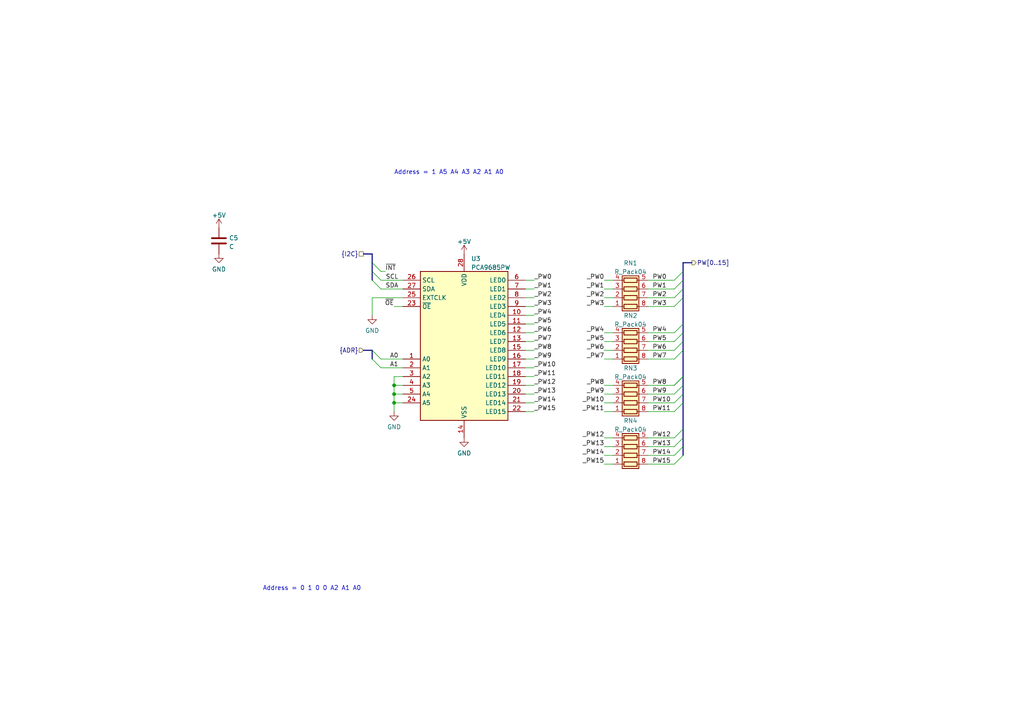
<source format=kicad_sch>
(kicad_sch (version 20230121) (generator eeschema)
  (paper "A4")
  (lib_symbols
    (symbol "Device:C" (pin_numbers hide) (pin_names (offset 0.254))
      (property "Reference" "C" (at 0.635 2.54 0))
      (property "Value" "C" (at 0.635 -2.54 0))
      (symbol "C_0_1"
        (polyline (pts (xy -2.032 -0.762) (xy 2.032 -0.762)) (stroke (width 0.508)))
        (polyline (pts (xy -2.032 0.762) (xy 2.032 0.762)) (stroke (width 0.508)))
      )
      (symbol "C_1_1"
        (pin passive line (at 0 3.81 270) (length 2.794) (name "~") (number "1"))
        (pin passive line (at 0 -3.81 90) (length 2.794) (name "~") (number "2"))
      )
    )
    (symbol "Device:R_Pack04" (pin_names (offset 0) hide)
      (property "Reference" "RN" (at -7.62 0 90))
      (property "Value" "R_Pack04" (at 5.08 0 90))
      (symbol "R_Pack04_0_1"
        (rectangle (start -6.35 -2.413) (end 3.81 2.413) (stroke (width 0.254)) (fill (type background)))
        (rectangle (start -5.715 1.905) (end -4.445 -1.905) (stroke (width 0.254)))
        (rectangle (start -3.175 1.905) (end -1.905 -1.905) (stroke (width 0.254)))
        (rectangle (start -0.635 1.905) (end 0.635 -1.905) (stroke (width 0.254)))
        (polyline (pts (xy -5.08 -2.54) (xy -5.08 -1.905)))
        (polyline (pts (xy -5.08 1.905) (xy -5.08 2.54)))
        (polyline (pts (xy -2.54 -2.54) (xy -2.54 -1.905)))
        (polyline (pts (xy -2.54 1.905) (xy -2.54 2.54)))
        (polyline (pts (xy 0 -2.54) (xy 0 -1.905)))
        (polyline (pts (xy 0 1.905) (xy 0 2.54)))
        (polyline (pts (xy 2.54 -2.54) (xy 2.54 -1.905)))
        (polyline (pts (xy 2.54 1.905) (xy 2.54 2.54)))
        (rectangle (start 1.905 1.905) (end 3.175 -1.905) (stroke (width 0.254)))
      )
      (symbol "R_Pack04_1_1"
        (pin passive line (at -5.08 -5.08 90) (length 2.54) (name "R1.1") (number "1"))
        (pin passive line (at -2.54 -5.08 90) (length 2.54) (name "R2.1") (number "2"))
        (pin passive line (at 0 -5.08 90) (length 2.54) (name "R3.1") (number "3"))
        (pin passive line (at 2.54 -5.08 90) (length 2.54) (name "R4.1") (number "4"))
        (pin passive line (at 2.54 5.08 270) (length 2.54) (name "R4.2") (number "5"))
        (pin passive line (at 0 5.08 270) (length 2.54) (name "R3.2") (number "6"))
        (pin passive line (at -2.54 5.08 270) (length 2.54) (name "R2.2") (number "7"))
        (pin passive line (at -5.08 5.08 270) (length 2.54) (name "R1.2") (number "8"))
      )
    )
    (symbol "Driver_LED:PCA9685PW"
      (property "Reference" "U" (at -12.7 22.225 0))
      (property "Value" "PCA9685PW" (at 1.27 22.225 0))
      (symbol "PCA9685PW_0_1"
        (rectangle (start -12.7 20.32) (end 12.7 -22.86) (stroke (width 0.254)) (fill (type background)))
      )
      (symbol "PCA9685PW_1_1"
        (pin input line (at -17.78 -5.08 0) (length 5.08) (name "A0") (number "1"))
        (pin output line (at 17.78 7.62 180) (length 5.08) (name "LED4") (number "10"))
        (pin output line (at 17.78 5.08 180) (length 5.08) (name "LED5") (number "11"))
        (pin output line (at 17.78 2.54 180) (length 5.08) (name "LED6") (number "12"))
        (pin output line (at 17.78 0 180) (length 5.08) (name "LED7") (number "13"))
        (pin power_in line (at 0 -27.94 90) (length 5.08) (name "VSS") (number "14"))
        (pin output line (at 17.78 -2.54 180) (length 5.08) (name "LED8") (number "15"))
        (pin output line (at 17.78 -5.08 180) (length 5.08) (name "LED9") (number "16"))
        (pin output line (at 17.78 -7.62 180) (length 5.08) (name "LED10") (number "17"))
        (pin output line (at 17.78 -10.16 180) (length 5.08) (name "LED11") (number "18"))
        (pin output line (at 17.78 -12.7 180) (length 5.08) (name "LED12") (number "19"))
        (pin input line (at -17.78 -7.62 0) (length 5.08) (name "A1") (number "2"))
        (pin output line (at 17.78 -15.24 180) (length 5.08) (name "LED13") (number "20"))
        (pin output line (at 17.78 -17.78 180) (length 5.08) (name "LED14") (number "21"))
        (pin output line (at 17.78 -20.32 180) (length 5.08) (name "LED15") (number "22"))
        (pin input line (at -17.78 10.16 0) (length 5.08) (name "~{OE}") (number "23"))
        (pin input line (at -17.78 -17.78 0) (length 5.08) (name "A5") (number "24"))
        (pin input line (at -17.78 12.7 0) (length 5.08) (name "EXTCLK") (number "25"))
        (pin input line (at -17.78 17.78 0) (length 5.08) (name "SCL") (number "26"))
        (pin bidirectional line (at -17.78 15.24 0) (length 5.08) (name "SDA") (number "27"))
        (pin power_in line (at 0 25.4 270) (length 5.08) (name "VDD") (number "28"))
        (pin input line (at -17.78 -10.16 0) (length 5.08) (name "A2") (number "3"))
        (pin input line (at -17.78 -12.7 0) (length 5.08) (name "A3") (number "4"))
        (pin input line (at -17.78 -15.24 0) (length 5.08) (name "A4") (number "5"))
        (pin output line (at 17.78 17.78 180) (length 5.08) (name "LED0") (number "6"))
        (pin output line (at 17.78 15.24 180) (length 5.08) (name "LED1") (number "7"))
        (pin output line (at 17.78 12.7 180) (length 5.08) (name "LED2") (number "8"))
        (pin output line (at 17.78 10.16 180) (length 5.08) (name "LED3") (number "9"))
      )
    )
    (symbol "power:+5V" (power) (pin_names (offset 0))
      (property "Value" "+5V" (at 0 3.556 0))
      (symbol "+5V_0_1"
        (polyline (pts (xy -0.762 1.27) (xy 0 2.54)))
        (polyline (pts (xy 0 0) (xy 0 2.54)))
        (polyline (pts (xy 0 2.54) (xy 0.762 1.27)))
      )
      (symbol "+5V_1_1"
        (pin power_in line (at 0 0 90) (length 0) hide (name "+5V") (number "1"))
      )
    )
    (symbol "power:GND" (power) (pin_names (offset 0))
      (property "Value" "GND" (at 0 -3.81 0))
      (symbol "GND_0_1"
        (polyline (pts (xy 0 0) (xy 0 -1.27) (xy 1.27 -1.27) (xy 0 -2.54) (xy -1.27 -1.27) (xy 0 -1.27)))
      )
      (symbol "GND_1_1"
        (pin power_in line (at 0 0 270) (length 0) hide (name "GND") (number "1"))
      )
    )
  )
  (junction (at 114.3 114.3))
  (junction (at 114.3 111.76))
  (junction (at 114.3 116.84))
  (bus_entry (at 195.58 129.54) (size 2.54 -2.54))
  (bus_entry (at 107.95 76.2) (size 2.54 2.54))
  (bus_entry (at 195.58 101.6) (size 2.54 -2.54))
  (bus_entry (at 195.58 104.14) (size 2.54 -2.54))
  (bus_entry (at 195.58 134.62) (size 2.54 -2.54))
  (bus_entry (at 195.58 111.76) (size 2.54 -2.54))
  (bus_entry (at 195.58 96.52) (size 2.54 -2.54))
  (bus_entry (at 195.58 127) (size 2.54 -2.54))
  (bus_entry (at 195.58 116.84) (size 2.54 -2.54))
  (bus_entry (at 195.58 119.38) (size 2.54 -2.54))
  (bus_entry (at 195.58 88.9) (size 2.54 -2.54))
  (bus_entry (at 107.95 101.6) (size 2.54 2.54))
  (bus_entry (at 195.58 83.82) (size 2.54 -2.54))
  (bus_entry (at 107.95 81.28) (size 2.54 2.54))
  (bus_entry (at 195.58 81.28) (size 2.54 -2.54))
  (bus_entry (at 195.58 132.08) (size 2.54 -2.54))
  (bus_entry (at 195.58 111.76) (size 2.54 -2.54))
  (bus_entry (at 107.95 104.14) (size 2.54 2.54))
  (bus_entry (at 195.58 86.36) (size 2.54 -2.54))
  (bus_entry (at 195.58 99.06) (size 2.54 -2.54))
  (bus_entry (at 107.95 78.74) (size 2.54 2.54))
  (bus_entry (at 195.58 114.3) (size 2.54 -2.54))
  (wire (pts (xy 152.4 111.76) (xy 154.94 111.76)))
  (wire (pts (xy 110.49 81.28) (xy 116.84 81.28)))
  (wire (pts (xy 152.4 96.52) (xy 154.94 96.52)))
  (wire (pts (xy 152.4 101.6) (xy 154.94 101.6)))
  (wire (pts (xy 110.49 83.82) (xy 116.84 83.82)))
  (wire (pts (xy 152.4 116.84) (xy 154.94 116.84)))
  (bus (pts (xy 198.12 114.3) (xy 198.12 116.84)))
  (bus (pts (xy 198.12 76.2) (xy 200.66 76.2)))
  (wire (pts (xy 152.4 86.36) (xy 154.94 86.36)))
  (wire (pts (xy 114.3 88.9) (xy 116.84 88.9)))
  (bus (pts (xy 198.12 109.22) (xy 198.12 111.76)))
  (wire (pts (xy 187.96 88.9) (xy 195.58 88.9)))
  (wire (pts (xy 175.26 104.14) (xy 177.8 104.14)))
  (bus (pts (xy 198.12 86.36) (xy 198.12 83.82)))
  (wire (pts (xy 175.26 116.84) (xy 177.8 116.84)))
  (wire (pts (xy 116.84 109.22) (xy 114.3 109.22)))
  (wire (pts (xy 187.96 101.6) (xy 195.58 101.6)))
  (wire (pts (xy 114.3 111.76) (xy 114.3 114.3)))
  (wire (pts (xy 152.4 114.3) (xy 154.94 114.3)))
  (bus (pts (xy 198.12 96.52) (xy 198.12 93.98)))
  (wire (pts (xy 175.26 96.52) (xy 177.8 96.52)))
  (wire (pts (xy 187.96 116.84) (xy 195.58 116.84)))
  (bus (pts (xy 198.12 93.98) (xy 198.12 86.36)))
  (bus (pts (xy 198.12 129.54) (xy 198.12 132.08)))
  (wire (pts (xy 110.49 104.14) (xy 116.84 104.14)))
  (wire (pts (xy 187.96 99.06) (xy 195.58 99.06)))
  (wire (pts (xy 116.84 86.36) (xy 107.95 86.36)))
  (bus (pts (xy 198.12 99.06) (xy 198.12 96.52)))
  (wire (pts (xy 110.49 106.68) (xy 116.84 106.68)))
  (bus (pts (xy 105.41 101.6) (xy 107.95 101.6)))
  (bus (pts (xy 107.95 104.14) (xy 107.95 101.6)))
  (wire (pts (xy 187.96 134.62) (xy 195.58 134.62)))
  (wire (pts (xy 152.4 91.44) (xy 154.94 91.44)))
  (wire (pts (xy 175.26 86.36) (xy 177.8 86.36)))
  (wire (pts (xy 110.49 78.74) (xy 111.76 78.74)))
  (wire (pts (xy 187.96 83.82) (xy 195.58 83.82)))
  (wire (pts (xy 114.3 114.3) (xy 114.3 116.84)))
  (bus (pts (xy 107.95 78.74) (xy 107.95 81.28)))
  (wire (pts (xy 187.96 104.14) (xy 195.58 104.14)))
  (wire (pts (xy 175.26 83.82) (xy 177.8 83.82)))
  (wire (pts (xy 175.26 99.06) (xy 177.8 99.06)))
  (wire (pts (xy 114.3 111.76) (xy 116.84 111.76)))
  (wire (pts (xy 187.96 127) (xy 195.58 127)))
  (bus (pts (xy 198.12 124.46) (xy 198.12 127)))
  (wire (pts (xy 152.4 109.22) (xy 154.94 109.22)))
  (wire (pts (xy 114.3 109.22) (xy 114.3 111.76)))
  (wire (pts (xy 187.96 96.52) (xy 195.58 96.52)))
  (bus (pts (xy 198.12 101.6) (xy 198.12 99.06)))
  (wire (pts (xy 175.26 132.08) (xy 177.8 132.08)))
  (wire (pts (xy 175.26 134.62) (xy 177.8 134.62)))
  (wire (pts (xy 175.26 81.28) (xy 177.8 81.28)))
  (bus (pts (xy 107.95 73.66) (xy 107.95 76.2)))
  (wire (pts (xy 175.26 119.38) (xy 177.8 119.38)))
  (wire (pts (xy 152.4 93.98) (xy 154.94 93.98)))
  (bus (pts (xy 198.12 83.82) (xy 198.12 81.28)))
  (wire (pts (xy 152.4 88.9) (xy 154.94 88.9)))
  (wire (pts (xy 175.26 127) (xy 177.8 127)))
  (bus (pts (xy 198.12 78.74) (xy 198.12 76.2)))
  (bus (pts (xy 198.12 116.84) (xy 198.12 124.46)))
  (bus (pts (xy 105.41 73.66) (xy 107.95 73.66)))
  (wire (pts (xy 175.26 88.9) (xy 177.8 88.9)))
  (wire (pts (xy 114.3 116.84) (xy 116.84 116.84)))
  (wire (pts (xy 187.96 129.54) (xy 195.58 129.54)))
  (wire (pts (xy 175.26 114.3) (xy 177.8 114.3)))
  (bus (pts (xy 107.95 76.2) (xy 107.95 78.74)))
  (wire (pts (xy 187.96 111.76) (xy 195.58 111.76)))
  (wire (pts (xy 175.26 101.6) (xy 177.8 101.6)))
  (wire (pts (xy 152.4 99.06) (xy 154.94 99.06)))
  (wire (pts (xy 114.3 119.38) (xy 114.3 116.84)))
  (wire (pts (xy 152.4 119.38) (xy 154.94 119.38)))
  (wire (pts (xy 187.96 86.36) (xy 195.58 86.36)))
  (wire (pts (xy 152.4 104.14) (xy 154.94 104.14)))
  (wire (pts (xy 187.96 119.38) (xy 195.58 119.38)))
  (wire (pts (xy 187.96 132.08) (xy 195.58 132.08)))
  (wire (pts (xy 175.26 111.76) (xy 177.8 111.76)))
  (bus (pts (xy 198.12 101.6) (xy 198.12 109.22)))
  (wire (pts (xy 152.4 83.82) (xy 154.94 83.82)))
  (bus (pts (xy 198.12 81.28) (xy 198.12 78.74)))
  (wire (pts (xy 152.4 81.28) (xy 154.94 81.28)))
  (wire (pts (xy 187.96 81.28) (xy 195.58 81.28)))
  (bus (pts (xy 198.12 111.76) (xy 198.12 114.3)))
  (wire (pts (xy 175.26 129.54) (xy 177.8 129.54)))
  (bus (pts (xy 198.12 127) (xy 198.12 129.54)))
  (wire (pts (xy 114.3 114.3) (xy 116.84 114.3)))
  (wire (pts (xy 107.95 86.36) (xy 107.95 91.44)))
  (wire (pts (xy 152.4 106.68) (xy 154.94 106.68)))
  (wire (pts (xy 187.96 114.3) (xy 195.58 114.3)))
  (text "Address = 0 1 0 0 A2 A1 A0" (at 76.2 171.45 0) (effects (font (size 1.27 1.27)) (justify left bottom)))
  (text "Address = 1 A5 A4 A3 A2 A1 A0" (at 114.3 50.8 0) (effects (font (size 1.27 1.27)) (justify left bottom)))
  (label "PW9" (at 189.23 114.3 0))
  (label "~{INT}" (at 111.76 78.74 0))
  (label "PW1" (at 189.23 83.82 0))
  (label "_PW8" (at 154.94 101.6 0))
  (label "_PW8" (at 175.26 111.76 180))
  (label "_PW3" (at 175.26 88.9 180))
  (label "_PW10" (at 175.26 116.84 180))
  (label "_PW15" (at 154.94 119.38 0))
  (label "PW4" (at 189.23 96.52 0))
  (label "PW10" (at 189.23 116.84 0))
  (label "_PW6" (at 175.26 101.6 180))
  (label "_PW12" (at 175.26 127 180))
  (label "SDA" (at 115.57 83.82 180))
  (label "A0" (at 115.57 104.14 180))
  (label "_PW9" (at 154.94 104.14 0))
  (label "_PW7" (at 175.26 104.14 180))
  (label "PW12" (at 189.23 127 0))
  (label "_PW3" (at 154.94 88.9 0))
  (label "PW3" (at 189.23 88.9 0))
  (label "_PW10" (at 154.94 106.68 0))
  (label "_PW7" (at 154.94 99.06 0))
  (label "_PW1" (at 154.94 83.82 0))
  (label "_PW5" (at 154.94 93.98 0))
  (label "_PW2" (at 175.26 86.36 180))
  (label "PW14" (at 189.23 132.08 0))
  (label "A1" (at 115.57 106.68 180))
  (label "_PW1" (at 175.26 83.82 180))
  (label "_PW5" (at 175.26 99.06 180))
  (label "PW5" (at 189.23 99.06 0))
  (label "_PW4" (at 175.26 96.52 180))
  (label "PW11" (at 189.23 119.38 0))
  (label "_PW13" (at 154.94 114.3 0))
  (label "_PW15" (at 175.26 134.62 180))
  (label "_PW0" (at 175.26 81.28 180))
  (label "PW6" (at 189.23 101.6 0))
  (label "_PW13" (at 175.26 129.54 180))
  (label "PW8" (at 189.23 111.76 0))
  (label "_PW14" (at 175.26 132.08 180))
  (label "PW7" (at 189.23 104.14 0))
  (label "_PW2" (at 154.94 86.36 0))
  (label "PW2" (at 189.23 86.36 0))
  (label "~{OE}" (at 114.3 88.9 180))
  (label "_PW9" (at 175.26 114.3 180))
  (label "_PW0" (at 154.94 81.28 0))
  (label "_PW11" (at 175.26 119.38 180))
  (label "_PW12" (at 154.94 111.76 0))
  (label "_PW14" (at 154.94 116.84 0))
  (label "PW0" (at 189.23 81.28 0))
  (label "PW15" (at 189.23 134.62 0))
  (label "PW13" (at 189.23 129.54 0))
  (label "_PW11" (at 154.94 109.22 0))
  (label "SCL" (at 115.57 81.28 180))
  (label "_PW4" (at 154.94 91.44 0))
  (label "_PW6" (at 154.94 96.52 0))
  (hierarchical_label "{I2C}" (shape passive) (at 105.41 73.66 180))
  (hierarchical_label "PW[0..15]" (shape output) (at 200.66 76.2 0))
  (hierarchical_label "{ADR}" (shape input) (at 105.41 101.6 180))
  (symbol (lib_id "power:+5V") (at 63.5 66.04 0) (unit 1)
    (property "Reference" "#PWR0137" (effects hide))
    (property "Value" "+5V" (at 63.5 62.4642 0))
  )
  (symbol (lib_id "Device:R_Pack04") (at 182.88 99.06 270) (mirror x) (unit 1)
    (property "Reference" "RN2" (at 182.88 91.5502 90))
    (property "Value" "R_Pack04" (at 182.88 94.0871 90))
    (property "Footprint" "Resistor_SMD:R_Array_Convex_4x0603" (effects hide))
  )
  (symbol (lib_id "Device:C") (at 63.5 69.85 0) (unit 1)
    (property "Reference" "C5" (at 66.421 69.0153 0) (effects (justify left)))
    (property "Value" "C" (at 66.421 71.5522 0) (effects (justify left)))
    (property "Footprint" "Capacitor_SMD:C_0603_1608Metric" (effects hide))
  )
  (symbol (lib_id "Device:R_Pack04") (at 182.88 129.54 270) (mirror x) (unit 1)
    (property "Reference" "RN4" (at 182.88 122.0302 90))
    (property "Value" "R_Pack04" (at 182.88 124.5671 90))
    (property "Footprint" "Resistor_SMD:R_Array_Convex_4x0603" (effects hide))
  )
  (symbol (lib_id "power:GND") (at 114.3 119.38 0) (unit 1)
    (property "Reference" "#PWR0136" (effects hide))
    (property "Value" "GND" (at 114.3 123.8234 0))
  )
  (symbol (lib_id "Driver_LED:PCA9685PW") (at 134.62 99.06 0) (unit 1)
    (property "Reference" "U3" (at 136.6394 75.0402 0) (effects (justify left)))
    (property "Value" "PCA9685PW" (at 136.6394 77.5771 0) (effects (justify left)))
    (property "Footprint" "Package_SO:TSSOP-28_4.4x9.7mm_P0.65mm" (effects hide))
    (property "Datasheet" "http://www.nxp.com/documents/data_sheet/PCA9685.pdf" (effects hide))
  )
  (symbol (lib_id "power:GND") (at 63.5 73.66 0) (unit 1)
    (property "Reference" "#PWR0138" (effects hide))
    (property "Value" "GND" (at 63.5 78.1034 0))
  )
  (symbol (lib_id "power:+5V") (at 134.62 73.66 0) (unit 1)
    (property "Reference" "#PWR0139" (effects hide))
    (property "Value" "+5V" (at 134.62 70.0842 0))
  )
  (symbol (lib_id "power:GND") (at 134.62 127 0) (unit 1)
    (property "Reference" "#PWR0141" (effects hide))
    (property "Value" "GND" (at 134.62 131.4434 0))
  )
  (symbol (lib_id "power:GND") (at 107.95 91.44 0) (unit 1)
    (property "Reference" "#PWR0140" (effects hide))
    (property "Value" "GND" (at 107.95 95.8834 0))
  )
  (symbol (lib_id "Device:R_Pack04") (at 182.88 114.3 270) (mirror x) (unit 1)
    (property "Reference" "RN3" (at 182.88 106.7902 90))
    (property "Value" "R_Pack04" (at 182.88 109.3271 90))
    (property "Footprint" "Resistor_SMD:R_Array_Convex_4x0603" (effects hide))
  )
  (symbol (lib_id "Device:R_Pack04") (at 182.88 83.82 270) (mirror x) (unit 1)
    (property "Reference" "RN1" (at 182.88 76.3102 90))
    (property "Value" "R_Pack04" (at 182.88 78.8471 90))
    (property "Footprint" "Resistor_SMD:R_Array_Convex_4x0603" (effects hide))
  )
)
</source>
